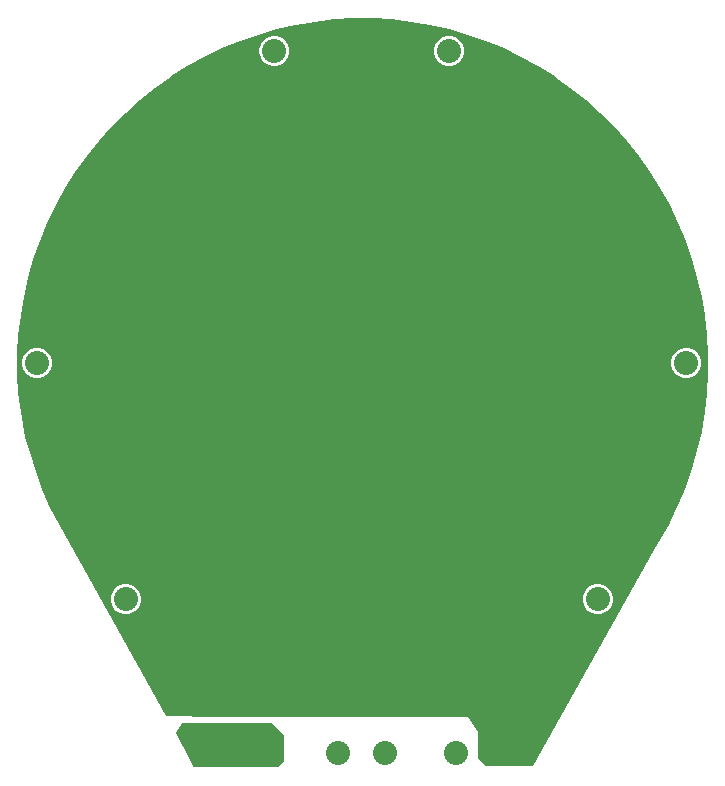
<source format=gtl>
%FSTAX23Y23*%
%MOIN*%
%SFA1B1*%

%IPPOS*%
%AMD12*
4,1,7,-0.091400,-0.060000,-0.150000,0.053600,-0.130800,0.085100,0.169300,0.085100,0.210000,0.044300,0.210000,-0.040000,0.190000,-0.060000,-0.091400,-0.060000,0.0*
%
%ADD12D12*%
%ADD13C,0.080000*%
%ADD14C,0.050000*%
%LNtampa_alinhada-1*%
%LPD*%
G36*
X00036Y02526D02*
X001Y02523D01*
X001Y02523*
X00164Y02515*
X00165Y02515*
X00228Y02505*
X00228Y02504*
X00291Y0249*
X00291Y0249*
X00353Y02472*
X00353Y02472*
X00414Y02451*
X00414Y02451*
X00474Y02426*
X00474Y02426*
X00532Y02398*
X00532Y02398*
X00588Y02367*
X00589Y02367*
X00643Y02333*
X00644Y02332*
X00696Y02295*
X00696Y02295*
X00747Y02255*
X00747Y02255*
X00795Y02212*
X00795Y02211*
X0084Y02166*
X00841Y02166*
X00884Y02118*
X00884Y02118*
X00924Y02067*
X00924Y02067*
X00961Y02015*
X00962Y02014*
X00996Y0196*
X00996Y0196*
X01027Y01903*
X01027Y01903*
X01055Y01845*
X01055Y01845*
X0108Y01785*
X0108Y01785*
X01101Y01724*
X01101Y01724*
X01119Y01662*
X01119Y01662*
X01133Y01599*
X01134Y01599*
X01144Y01536*
X01144Y01535*
X01152Y01471*
X01152Y01471*
X01155Y01407*
X01155Y01406*
Y01342*
X01155Y01342*
X01152Y01278*
X01152Y01277*
X01144Y01213*
X01144Y01213*
X01134Y0115*
X01133Y01149*
X01119Y01087*
X01119Y01086*
X01101Y01025*
X01101Y01024*
X0108Y00964*
X0108Y00963*
X01055Y00904*
X01055Y00903*
X01027Y00846*
X01027Y00845*
X00996Y00789*
X00996Y00788*
X00973Y00753*
X0057Y00034*
X00415*
X00388Y00061*
Y00149*
X00356Y00198*
X-0048*
X-00652Y00202*
X-01039Y00895*
X-01069Y00965*
X-01123Y0113*
X-01137Y01213*
X-01137Y01213*
X-01144Y01277*
X-01144Y01278*
X-01148Y01342*
X-01148Y01342*
Y01406*
X-01148Y01407*
X-01144Y01471*
X-01144Y01471*
X-01137Y01535*
X-01137Y01536*
X-01126Y01599*
X-01126Y01599*
X-01112Y01662*
X-01112Y01662*
X-01094Y01724*
X-01094Y01724*
X-01073Y01785*
X-01072Y01785*
X-01048Y01845*
X-01048Y01845*
X-0102Y01903*
X-0102Y01903*
X-00989Y0196*
X-00988Y0196*
X-00954Y02014*
X-00954Y02015*
X-00917Y02067*
X-00916Y02067*
X-00876Y02118*
X-00876Y02118*
X-00833Y02166*
X-00833Y02166*
X-00788Y02211*
X-00787Y02212*
X-0074Y02255*
X-00739Y02255*
X-00689Y02295*
X-00689Y02295*
X-00636Y02332*
X-00636Y02333*
X-00582Y02367*
X-00581Y02367*
X-00525Y02398*
X-00524Y02398*
X-00467Y02426*
X-00466Y02426*
X-00407Y02451*
X-00407Y02451*
X-00346Y02472*
X-00345Y02472*
X-00284Y0249*
X-00283Y0249*
X-00221Y02504*
X-0022Y02505*
X-00157Y02515*
X-00157Y02515*
X-00093Y02523*
X-00092Y02523*
X-00028Y02526*
X-00028Y02526*
X00035*
X00036Y02526*
G37*
%LNtampa_alinhada-2*%
%LPC*%
G36*
X00297Y02467D02*
X00284D01*
X00272Y02463*
X0026Y02457*
X00251Y02448*
X00244Y02436*
X00241Y02423*
Y0241*
X00244Y02398*
X00251Y02386*
X0026Y02377*
X00272Y0237*
X00284Y02367*
X00297*
X0031Y0237*
X00322Y02377*
X00331Y02386*
X00337Y02398*
X00341Y0241*
Y02423*
X00337Y02436*
X00331Y02448*
X00322Y02457*
X0031Y02463*
X00297Y02467*
G37*
G36*
X-00284D02*
X-00297D01*
X-0031Y02463*
X-00322Y02457*
X-00331Y02448*
X-00337Y02436*
X-00341Y02423*
Y0241*
X-00337Y02398*
X-00331Y02386*
X-00322Y02377*
X-0031Y0237*
X-00297Y02367*
X-00284*
X-00272Y0237*
X-0026Y02377*
X-00251Y02386*
X-00244Y02398*
X-00241Y0241*
Y02423*
X-00244Y02436*
X-00251Y02448*
X-0026Y02457*
X-00272Y02463*
X-00284Y02467*
G37*
G36*
X01089Y01427D02*
X01076D01*
X01063Y01424*
X01051Y01417*
X01042Y01408*
X01036Y01397*
X01032Y01384*
Y01371*
X01036Y01358*
X01042Y01347*
X01051Y01337*
X01063Y01331*
X01076Y01327*
X01089*
X01101Y01331*
X01113Y01337*
X01122Y01347*
X01129Y01358*
X01132Y01371*
Y01384*
X01129Y01397*
X01122Y01408*
X01113Y01417*
X01101Y01424*
X01089Y01427*
G37*
G36*
X-01076D02*
X-01089D01*
X-01101Y01424*
X-01113Y01417*
X-01122Y01408*
X-01129Y01397*
X-01132Y01384*
Y01371*
X-01129Y01358*
X-01122Y01347*
X-01113Y01337*
X-01101Y01331*
X-01089Y01327*
X-01076*
X-01063Y01331*
X-01051Y01337*
X-01042Y01347*
X-01036Y01358*
X-01032Y01371*
Y01384*
X-01036Y01397*
X-01042Y01408*
X-01051Y01417*
X-01063Y01424*
X-01076Y01427*
G37*
G36*
X00793Y0064D02*
X0078D01*
X00768Y00637*
X00756Y0063*
X00747Y00621*
X0074Y00609*
X00737Y00597*
Y00583*
X0074Y00571*
X00747Y00559*
X00756Y0055*
X00768Y00543*
X0078Y0054*
X00793*
X00806Y00543*
X00818Y0055*
X00827Y00559*
X00833Y00571*
X00837Y00583*
Y00597*
X00833Y00609*
X00827Y00621*
X00818Y0063*
X00806Y00637*
X00793Y0064*
G37*
G36*
X-0078D02*
X-00793D01*
X-00806Y00637*
X-00818Y0063*
X-00827Y00621*
X-00833Y00609*
X-00837Y00597*
Y00583*
X-00833Y00571*
X-00827Y00559*
X-00818Y0055*
X-00806Y00543*
X-00793Y0054*
X-0078*
X-00768Y00543*
X-00756Y0055*
X-00747Y00559*
X-0074Y00571*
X-00737Y00583*
Y00597*
X-0074Y00609*
X-00747Y00621*
X-00756Y0063*
X-00768Y00637*
X-0078Y0064*
G37*
%LNtampa_alinhada-3*%
%LPD*%
G54D12*
X-0047Y0009D03*
G54D13*
X-01082Y01377D03*
X00078Y00078D03*
X-00078D03*
X00291Y02417D03*
X-00291D03*
X01082Y01377D03*
X00314Y00078D03*
X-00787Y0059D03*
X00787D03*
X-00314Y00078D03*
G54D14*
X-005Y0011D03*
M02*
</source>
